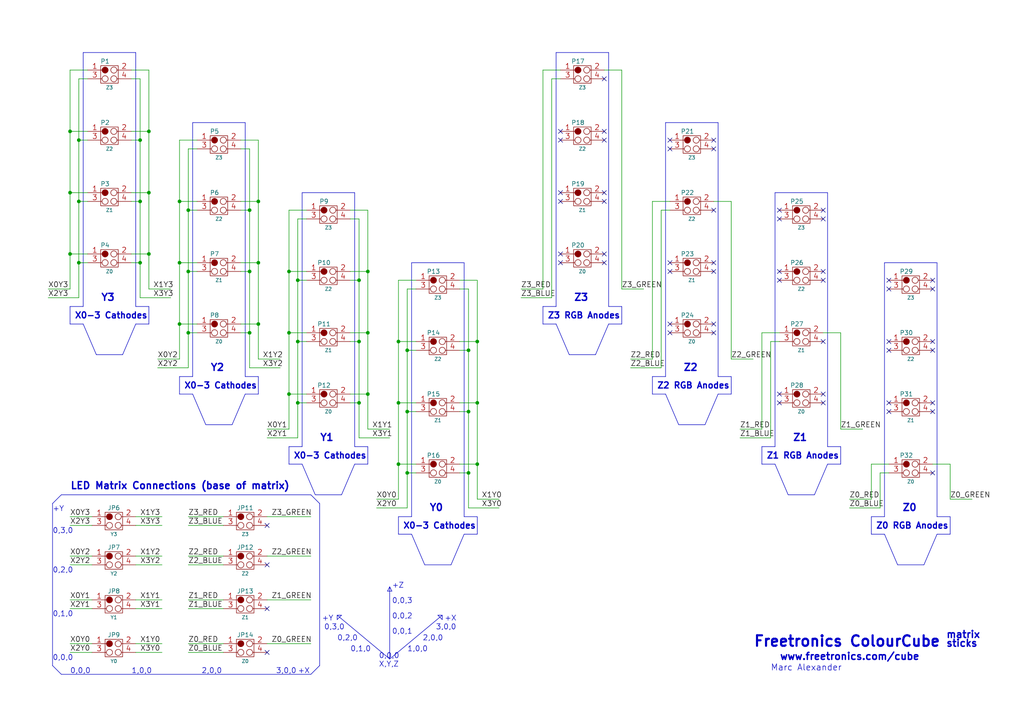
<source format=kicad_sch>
(kicad_sch (version 20230121) (generator eeschema)
  (paper "A4")
  (title_block (title "RGB LED Cube 4x4x4") (date "10 jul 2012") (rev "1") (company "Freetronics"))
  (lib_symbols
    (symbol "cube4-matrix-sticks-rescue:M02X02" (pin_names (offset 0.762) hide)
      (property "Reference" "JP" (at -2.54 2.54 0))
      (property "Value" "M02X02" (at -1.27 -5.08 0))
      (symbol "M02X02_0_1"
        (circle (center -2.54 0) (radius 0.889) (fill (type outline)))
        (polyline (pts (xy -3.81 1.27) (xy 1.27 1.27) (xy 1.27 -3.81) (xy -3.81 -3.81) (xy -3.81 1.27)))
        (circle (center 0 0) (radius 0.889))
        (pin passive line (at -7.62 0 0) (length 4.191) (name "1") (number "1"))
        (pin passive line (at 5.08 0 180) (length 4.191) (name "2") (number "2"))
        (pin passive line (at -7.62 -2.54 0) (length 4.191) (name "3") (number "3"))
        (pin passive line (at 5.08 -2.54 180) (length 4.191) (name "4") (number "4"))
      )
      (symbol "M02X02_1_1"
        (circle (center -2.54 -2.54) (radius 0.889))
        (circle (center 0 -2.54) (radius 0.889))
      )
    )
  )
  (junction (at 135.89 119.38))
  (junction (at 86.36 81.28))
  (junction (at 40.64 76.2))
  (junction (at 106.68 78.74))
  (junction (at 43.18 73.66))
  (junction (at 22.86 40.64))
  (junction (at 104.14 116.84))
  (junction (at 20.32 38.1))
  (junction (at 40.64 40.64))
  (junction (at 115.57 116.84))
  (junction (at 52.07 93.98))
  (junction (at 72.39 60.96))
  (junction (at 86.36 116.84))
  (junction (at 106.68 96.52))
  (junction (at 86.36 99.06))
  (junction (at 138.43 99.06))
  (junction (at 54.61 96.52))
  (junction (at 74.93 76.2))
  (junction (at 52.07 58.42))
  (junction (at 20.32 73.66))
  (junction (at 138.43 116.84))
  (junction (at 104.14 81.28))
  (junction (at 83.82 78.74))
  (junction (at 138.43 134.62))
  (junction (at 72.39 78.74))
  (junction (at 106.68 114.3))
  (junction (at 74.93 93.98))
  (junction (at 135.89 101.6))
  (junction (at 54.61 60.96))
  (junction (at 72.39 96.52))
  (junction (at 52.07 76.2))
  (junction (at 22.86 58.42))
  (junction (at 104.14 99.06))
  (junction (at 40.64 58.42))
  (junction (at 135.89 137.16))
  (junction (at 74.93 58.42))
  (junction (at 83.82 96.52))
  (junction (at 118.11 101.6))
  (junction (at 115.57 134.62))
  (junction (at 83.82 114.3))
  (junction (at 43.18 55.88))
  (junction (at 54.61 78.74))
  (junction (at 118.11 137.16))
  (junction (at 115.57 99.06))
  (junction (at 118.11 119.38))
  (junction (at 22.86 76.2))
  (junction (at 43.18 38.1))
  (junction (at 20.32 55.88))
  (no_connect (at 257.81 81.28))
  (no_connect (at 162.56 73.66))
  (no_connect (at 226.06 116.84))
  (no_connect (at 226.06 114.3))
  (no_connect (at 270.51 137.16))
  (no_connect (at 175.26 38.1))
  (no_connect (at 207.01 96.52))
  (no_connect (at 257.81 99.06))
  (no_connect (at 77.47 163.83))
  (no_connect (at 238.76 63.5))
  (no_connect (at 238.76 114.3))
  (no_connect (at 162.56 55.88))
  (no_connect (at 207.01 40.64))
  (no_connect (at 194.31 96.52))
  (no_connect (at 162.56 76.2))
  (no_connect (at 270.51 119.38))
  (no_connect (at 175.26 58.42))
  (no_connect (at 226.06 60.96))
  (no_connect (at 77.47 176.53))
  (no_connect (at 270.51 81.28))
  (no_connect (at 162.56 40.64))
  (no_connect (at 207.01 43.18))
  (no_connect (at 257.81 101.6))
  (no_connect (at 238.76 60.96))
  (no_connect (at 162.56 58.42))
  (no_connect (at 77.47 152.4))
  (no_connect (at 238.76 78.74))
  (no_connect (at 194.31 76.2))
  (no_connect (at 194.31 78.74))
  (no_connect (at 207.01 93.98))
  (no_connect (at 257.81 83.82))
  (no_connect (at 175.26 73.66))
  (no_connect (at 175.26 22.86))
  (no_connect (at 194.31 93.98))
  (no_connect (at 226.06 78.74))
  (no_connect (at 194.31 40.64))
  (no_connect (at 175.26 40.64))
  (no_connect (at 162.56 38.1))
  (no_connect (at 270.51 83.82))
  (no_connect (at 257.81 119.38))
  (no_connect (at 207.01 76.2))
  (no_connect (at 238.76 81.28))
  (no_connect (at 270.51 99.06))
  (no_connect (at 238.76 116.84))
  (no_connect (at 77.47 189.23))
  (no_connect (at 226.06 63.5))
  (no_connect (at 270.51 101.6))
  (no_connect (at 207.01 78.74))
  (no_connect (at 175.26 76.2))
  (no_connect (at 207.01 60.96))
  (no_connect (at 238.76 99.06))
  (no_connect (at 226.06 81.28))
  (no_connect (at 175.26 55.88))
  (no_connect (at 270.51 116.84))
  (no_connect (at 194.31 43.18))
  (no_connect (at 257.81 116.84))
  (polyline (pts (xy 87.63 55.88) (xy 102.87 55.88)))
  (wire (pts (xy 20.32 73.66) (xy 20.32 83.82)))
  (wire (pts (xy 86.36 99.06) (xy 86.36 81.28)))
  (wire (pts (xy 22.86 40.64) (xy 25.4 40.64)))
  (wire (pts (xy 135.89 137.16) (xy 133.35 137.16)))
  (wire (pts (xy 54.61 176.53) (xy 64.77 176.53)))
  (polyline (pts (xy 176.53 93.98) (xy 172.72 102.87)))
  (wire (pts (xy 104.14 116.84) (xy 104.14 127)))
  (polyline (pts (xy 20.32 88.9) (xy 20.32 93.98)))
  (wire (pts (xy 74.93 93.98) (xy 74.93 104.14)))
  (wire (pts (xy 22.86 58.42) (xy 22.86 40.64)))
  (polyline (pts (xy 112.395 171.45) (xy 113.665 171.45)))
  (polyline (pts (xy 55.88 35.56) (xy 55.88 109.22)))
  (polyline (pts (xy 39.37 88.9) (xy 39.37 15.24)))
  (polyline (pts (xy 71.12 35.56) (xy 55.88 35.56)))
  (wire (pts (xy 115.57 81.28) (xy 120.65 81.28)))
  (polyline (pts (xy 43.18 93.98) (xy 43.18 88.9)))
  (polyline (pts (xy 196.85 123.19) (xy 204.47 123.19)))
  (polyline (pts (xy 228.6 143.51) (xy 236.22 143.51)))
  (wire (pts (xy 115.57 134.62) (xy 115.57 116.84)))
  (polyline (pts (xy 180.34 88.9) (xy 180.34 93.98)))
  (wire (pts (xy 49.53 86.36) (xy 40.64 86.36)))
  (polyline (pts (xy 119.38 154.94) (xy 115.57 154.94)))
  (wire (pts (xy 106.68 60.96) (xy 106.68 78.74)))
  (polyline (pts (xy 161.29 15.24) (xy 176.53 15.24)))
  (wire (pts (xy 74.93 40.64) (xy 69.85 40.64)))
  (polyline (pts (xy 119.38 154.94) (xy 123.19 163.83)))
  (polyline (pts (xy 220.98 134.62) (xy 224.79 134.62)))
  (wire (pts (xy 106.68 60.96) (xy 101.6 60.96)))
  (polyline (pts (xy 271.78 154.94) (xy 267.97 163.83)))
  (wire (pts (xy 157.48 83.82) (xy 157.48 20.32)))
  (wire (pts (xy 25.4 20.32) (xy 20.32 20.32)))
  (polyline (pts (xy 99.06 178.435) (xy 97.79 178.435)))
  (wire (pts (xy 191.77 60.96) (xy 194.31 60.96)))
  (polyline (pts (xy 176.53 15.24) (xy 176.53 88.9)))
  (wire (pts (xy 133.35 119.38) (xy 135.89 119.38)))
  (wire (pts (xy 72.39 96.52) (xy 72.39 78.74)))
  (polyline (pts (xy 17.78 143.51) (xy 15.24 146.05)))
  (wire (pts (xy 83.82 96.52) (xy 88.9 96.52)))
  (wire (pts (xy 238.76 96.52) (xy 243.84 96.52)))
  (wire (pts (xy 40.64 86.36) (xy 40.64 76.2)))
  (wire (pts (xy 118.11 119.38) (xy 118.11 137.16)))
  (wire (pts (xy 243.84 96.52) (xy 243.84 124.46)))
  (wire (pts (xy 20.32 173.99) (xy 26.67 173.99)))
  (polyline (pts (xy 71.12 114.3) (xy 67.31 123.19)))
  (wire (pts (xy 115.57 116.84) (xy 115.57 99.06)))
  (polyline (pts (xy 180.34 93.98) (xy 176.53 93.98)))
  (wire (pts (xy 106.68 124.46) (xy 113.03 124.46)))
  (wire (pts (xy 20.32 73.66) (xy 25.4 73.66)))
  (wire (pts (xy 83.82 96.52) (xy 83.82 78.74)))
  (polyline (pts (xy 161.29 93.98) (xy 157.48 93.98)))
  (wire (pts (xy 20.32 55.88) (xy 25.4 55.88)))
  (wire (pts (xy 220.98 124.46) (xy 220.98 96.52)))
  (polyline (pts (xy 35.56 102.87) (xy 39.37 93.98)))
  (wire (pts (xy 86.36 63.5) (xy 88.9 63.5)))
  (wire (pts (xy 135.89 83.82) (xy 135.89 101.6)))
  (wire (pts (xy 40.64 40.64) (xy 40.64 22.86)))
  (wire (pts (xy 43.18 55.88) (xy 43.18 73.66)))
  (wire (pts (xy 104.14 99.06) (xy 104.14 116.84)))
  (polyline (pts (xy 252.73 154.94) (xy 252.73 149.86)))
  (wire (pts (xy 13.97 86.36) (xy 22.86 86.36)))
  (wire (pts (xy 46.99 152.4) (xy 39.37 152.4)))
  (wire (pts (xy 20.32 176.53) (xy 26.67 176.53)))
  (wire (pts (xy 38.1 76.2) (xy 40.64 76.2)))
  (wire (pts (xy 109.22 144.78) (xy 115.57 144.78)))
  (polyline (pts (xy 271.78 149.86) (xy 275.59 149.86)))
  (polyline (pts (xy 123.19 163.83) (xy 130.81 163.83)))
  (wire (pts (xy 20.32 55.88) (xy 20.32 73.66)))
  (wire (pts (xy 54.61 189.23) (xy 64.77 189.23)))
  (polyline (pts (xy 113.03 191.135) (xy 113.03 170.18)))
  (wire (pts (xy 138.43 81.28) (xy 133.35 81.28)))
  (wire (pts (xy 120.65 99.06) (xy 115.57 99.06)))
  (wire (pts (xy 180.34 20.32) (xy 175.26 20.32)))
  (wire (pts (xy 120.65 119.38) (xy 118.11 119.38)))
  (polyline (pts (xy 99.06 143.51) (xy 91.44 143.51)))
  (polyline (pts (xy 243.84 134.62) (xy 243.84 129.54)))
  (polyline (pts (xy 134.62 154.94) (xy 138.43 154.94)))
  (polyline (pts (xy 260.35 163.83) (xy 256.54 154.94)))
  (wire (pts (xy 22.86 58.42) (xy 25.4 58.42)))
  (wire (pts (xy 255.27 137.16) (xy 257.81 137.16)))
  (wire (pts (xy 243.84 124.46) (xy 250.19 124.46)))
  (polyline (pts (xy 20.32 88.9) (xy 24.13 88.9)))
  (wire (pts (xy 101.6 116.84) (xy 104.14 116.84)))
  (wire (pts (xy 38.1 38.1) (xy 43.18 38.1)))
  (polyline (pts (xy 52.07 109.22) (xy 55.88 109.22)))
  (wire (pts (xy 212.09 104.14) (xy 212.09 58.42)))
  (wire (pts (xy 54.61 163.83) (xy 64.77 163.83)))
  (wire (pts (xy 52.07 93.98) (xy 52.07 76.2)))
  (wire (pts (xy 20.32 38.1) (xy 25.4 38.1)))
  (wire (pts (xy 38.1 20.32) (xy 43.18 20.32)))
  (polyline (pts (xy 138.43 154.94) (xy 138.43 149.86)))
  (polyline (pts (xy 256.54 149.86) (xy 252.73 149.86)))
  (wire (pts (xy 69.85 78.74) (xy 72.39 78.74)))
  (wire (pts (xy 226.06 99.06) (xy 223.52 99.06)))
  (polyline (pts (xy 224.79 55.88) (xy 224.79 129.54)))
  (wire (pts (xy 74.93 76.2) (xy 74.93 93.98)))
  (wire (pts (xy 52.07 40.64) (xy 57.15 40.64)))
  (wire (pts (xy 20.32 186.69) (xy 26.67 186.69)))
  (wire (pts (xy 101.6 114.3) (xy 106.68 114.3)))
  (wire (pts (xy 54.61 186.69) (xy 64.77 186.69)))
  (wire (pts (xy 43.18 38.1) (xy 43.18 55.88)))
  (wire (pts (xy 270.51 134.62) (xy 275.59 134.62)))
  (wire (pts (xy 223.52 127) (xy 214.63 127)))
  (polyline (pts (xy 208.28 114.3) (xy 212.09 114.3)))
  (wire (pts (xy 106.68 78.74) (xy 106.68 96.52)))
  (wire (pts (xy 22.86 40.64) (xy 22.86 22.86)))
  (polyline (pts (xy 67.31 123.19) (xy 59.69 123.19)))
  (wire (pts (xy 77.47 124.46) (xy 83.82 124.46)))
  (wire (pts (xy 257.81 134.62) (xy 252.73 134.62)))
  (wire (pts (xy 88.9 116.84) (xy 86.36 116.84)))
  (polyline (pts (xy 92.71 193.04) (xy 92.71 146.05)))
  (polyline (pts (xy 212.09 109.22) (xy 208.28 109.22)))
  (wire (pts (xy 90.17 186.69) (xy 77.47 186.69)))
  (wire (pts (xy 83.82 60.96) (xy 88.9 60.96)))
  (polyline (pts (xy 165.1 102.87) (xy 161.29 93.98)))
  (polyline (pts (xy 193.04 109.22) (xy 189.23 109.22)))
  (polyline (pts (xy 271.78 76.2) (xy 271.78 149.86)))
  (polyline (pts (xy 134.62 149.86) (xy 134.62 76.2)))
  (polyline (pts (xy 87.63 134.62) (xy 83.82 134.62)))
  (polyline (pts (xy 224.79 134.62) (xy 228.6 143.51)))
  (wire (pts (xy 54.61 173.99) (xy 64.77 173.99)))
  (wire (pts (xy 69.85 76.2) (xy 74.93 76.2)))
  (wire (pts (xy 212.09 58.42) (xy 207.01 58.42)))
  (wire (pts (xy 46.99 189.23) (xy 39.37 189.23)))
  (polyline (pts (xy 83.82 134.62) (xy 83.82 129.54)))
  (wire (pts (xy 101.6 81.28) (xy 104.14 81.28)))
  (wire (pts (xy 43.18 83.82) (xy 49.53 83.82)))
  (polyline (pts (xy 83.82 129.54) (xy 87.63 129.54)))
  (wire (pts (xy 38.1 55.88) (xy 43.18 55.88)))
  (polyline (pts (xy 267.97 163.83) (xy 260.35 163.83)))
  (polyline (pts (xy 59.69 123.19) (xy 55.88 114.3)))
  (wire (pts (xy 54.61 161.29) (xy 64.77 161.29)))
  (wire (pts (xy 133.35 101.6) (xy 135.89 101.6)))
  (wire (pts (xy 115.57 134.62) (xy 120.65 134.62)))
  (polyline (pts (xy 39.37 93.98) (xy 43.18 93.98)))
  (polyline (pts (xy 240.03 134.62) (xy 243.84 134.62)))
  (polyline (pts (xy 71.12 35.56) (xy 71.12 109.22)))
  (wire (pts (xy 90.17 173.99) (xy 77.47 173.99)))
  (polyline (pts (xy 91.44 143.51) (xy 87.63 134.62)))
  (wire (pts (xy 74.93 104.14) (xy 81.28 104.14)))
  (polyline (pts (xy 92.71 193.04) (xy 90.17 195.58)))
  (wire (pts (xy 157.48 20.32) (xy 162.56 20.32)))
  (polyline (pts (xy 102.87 129.54) (xy 106.68 129.54)))
  (wire (pts (xy 182.88 106.68) (xy 191.77 106.68)))
  (wire (pts (xy 20.32 152.4) (xy 26.67 152.4)))
  (polyline (pts (xy 157.48 93.98) (xy 157.48 88.9)))
  (polyline (pts (xy 134.62 76.2) (xy 119.38 76.2)))
  (polyline (pts (xy 112.395 171.45) (xy 113.03 170.18)))
  (wire (pts (xy 46.99 186.69) (xy 39.37 186.69)))
  (wire (pts (xy 104.14 99.06) (xy 101.6 99.06)))
  (wire (pts (xy 138.43 134.62) (xy 138.43 116.84)))
  (wire (pts (xy 101.6 78.74) (xy 106.68 78.74)))
  (wire (pts (xy 120.65 101.6) (xy 118.11 101.6)))
  (wire (pts (xy 38.1 73.66) (xy 43.18 73.66)))
  (polyline (pts (xy 240.03 129.54) (xy 240.03 55.88)))
  (wire (pts (xy 72.39 106.68) (xy 72.39 96.52)))
  (polyline (pts (xy 90.17 143.51) (xy 17.78 143.51)))
  (polyline (pts (xy 208.28 109.22) (xy 208.28 35.56)))
  (wire (pts (xy 88.9 78.74) (xy 83.82 78.74)))
  (polyline (pts (xy 102.87 134.62) (xy 99.06 143.51)))
  (wire (pts (xy 77.47 127) (xy 86.36 127)))
  (polyline (pts (xy 256.54 154.94) (xy 252.73 154.94)))
  (wire (pts (xy 189.23 104.14) (xy 182.88 104.14)))
  (polyline (pts (xy 127 178.435) (xy 128.27 179.705)))
  (wire (pts (xy 57.15 96.52) (xy 54.61 96.52)))
  (wire (pts (xy 20.32 163.83) (xy 26.67 163.83)))
  (polyline (pts (xy 128.27 178.435) (xy 127 178.435)))
  (wire (pts (xy 83.82 78.74) (xy 83.82 60.96)))
  (wire (pts (xy 46.99 176.53) (xy 39.37 176.53)))
  (wire (pts (xy 20.32 189.23) (xy 26.67 189.23)))
  (wire (pts (xy 20.32 161.29) (xy 26.67 161.29)))
  (wire (pts (xy 118.11 137.16) (xy 118.11 147.32)))
  (polyline (pts (xy 87.63 55.88) (xy 87.63 129.54)))
  (wire (pts (xy 57.15 76.2) (xy 52.07 76.2)))
  (wire (pts (xy 72.39 60.96) (xy 69.85 60.96)))
  (wire (pts (xy 43.18 73.66) (xy 43.18 83.82)))
  (wire (pts (xy 135.89 101.6) (xy 135.89 119.38)))
  (wire (pts (xy 252.73 134.62) (xy 252.73 144.78)))
  (wire (pts (xy 138.43 134.62) (xy 133.35 134.62)))
  (wire (pts (xy 52.07 76.2) (xy 52.07 58.42)))
  (polyline (pts (xy 128.27 178.435) (xy 128.27 179.705)))
  (wire (pts (xy 138.43 144.78) (xy 138.43 134.62)))
  (wire (pts (xy 40.64 58.42) (xy 40.64 40.64)))
  (polyline (pts (xy 106.68 134.62) (xy 102.87 134.62)))
  (polyline (pts (xy 189.23 114.3) (xy 189.23 109.22)))
  (wire (pts (xy 54.61 60.96) (xy 54.61 78.74)))
  (polyline (pts (xy 208.28 35.56) (xy 193.04 35.56)))
  (polyline (pts (xy 220.98 129.54) (xy 220.98 134.62)))
  (wire (pts (xy 22.86 76.2) (xy 25.4 76.2)))
  (wire (pts (xy 218.44 104.14) (xy 212.09 104.14)))
  (wire (pts (xy 22.86 76.2) (xy 22.86 58.42)))
  (wire (pts (xy 57.15 43.18) (xy 54.61 43.18)))
  (wire (pts (xy 120.65 83.82) (xy 118.11 83.82)))
  (wire (pts (xy 54.61 149.86) (xy 64.77 149.86)))
  (wire (pts (xy 54.61 96.52) (xy 54.61 106.68)))
  (polyline (pts (xy 157.48 88.9) (xy 161.29 88.9)))
  (polyline (pts (xy 138.43 149.86) (xy 134.62 149.86)))
  (wire (pts (xy 104.14 81.28) (xy 104.14 99.06)))
  (wire (pts (xy 214.63 124.46) (xy 220.98 124.46)))
  (wire (pts (xy 22.86 86.36) (xy 22.86 76.2)))
  (polyline (pts (xy 71.12 109.22) (xy 74.93 109.22)))
  (wire (pts (xy 151.13 83.82) (xy 157.48 83.82)))
  (wire (pts (xy 106.68 114.3) (xy 106.68 124.46)))
  (polyline (pts (xy 27.94 102.87) (xy 35.56 102.87)))
  (wire (pts (xy 72.39 60.96) (xy 72.39 43.18)))
  (wire (pts (xy 135.89 119.38) (xy 135.89 137.16)))
  (wire (pts (xy 138.43 116.84) (xy 138.43 99.06)))
  (wire (pts (xy 90.17 161.29) (xy 77.47 161.29)))
  (wire (pts (xy 106.68 96.52) (xy 106.68 114.3)))
  (wire (pts (xy 86.36 81.28) (xy 86.36 63.5)))
  (polyline (pts (xy 52.07 114.3) (xy 52.07 109.22)))
  (polyline (pts (xy 204.47 123.19) (xy 208.28 114.3)))
  (wire (pts (xy 43.18 20.32) (xy 43.18 38.1)))
  (wire (pts (xy 104.14 63.5) (xy 101.6 63.5)))
  (polyline (pts (xy 115.57 154.94) (xy 115.57 149.86)))
  (wire (pts (xy 118.11 147.32) (xy 109.22 147.32)))
  (wire (pts (xy 160.02 86.36) (xy 151.13 86.36)))
  (polyline (pts (xy 102.87 55.88) (xy 102.87 129.54)))
  (wire (pts (xy 104.14 127) (xy 113.03 127)))
  (wire (pts (xy 54.61 60.96) (xy 57.15 60.96)))
  (polyline (pts (xy 275.59 154.94) (xy 271.78 154.94)))
  (wire (pts (xy 194.31 58.42) (xy 189.23 58.42)))
  (wire (pts (xy 52.07 58.42) (xy 57.15 58.42)))
  (wire (pts (xy 90.17 149.86) (xy 77.47 149.86)))
  (wire (pts (xy 275.59 144.78) (xy 281.94 144.78)))
  (wire (pts (xy 54.61 152.4) (xy 64.77 152.4)))
  (polyline (pts (xy 119.38 76.2) (xy 119.38 149.86)))
  (polyline (pts (xy 97.79 178.435) (xy 113.03 191.135)))
  (wire (pts (xy 54.61 43.18) (xy 54.61 60.96)))
  (polyline (pts (xy 99.06 178.435) (xy 97.79 179.705)))
  (wire (pts (xy 115.57 99.06) (xy 115.57 81.28)))
  (wire (pts (xy 45.72 104.14) (xy 52.07 104.14)))
  (polyline (pts (xy 17.78 195.58) (xy 90.17 195.58)))
  (polyline (pts (xy 275.59 149.86) (xy 275.59 154.94)))
  (wire (pts (xy 135.89 137.16) (xy 135.89 147.32)))
  (polyline (pts (xy 43.18 88.9) (xy 39.37 88.9)))
  (wire (pts (xy 115.57 144.78) (xy 115.57 134.62)))
  (polyline (pts (xy 15.24 193.04) (xy 17.78 195.58)))
  (wire (pts (xy 189.23 58.42) (xy 189.23 104.14)))
  (wire (pts (xy 118.11 101.6) (xy 118.11 119.38)))
  (polyline (pts (xy 256.54 76.2) (xy 256.54 149.86)))
  (polyline (pts (xy 128.27 178.435) (xy 113.03 191.135)))
  (wire (pts (xy 86.36 99.06) (xy 88.9 99.06)))
  (polyline (pts (xy 106.68 129.54) (xy 106.68 134.62)))
  (wire (pts (xy 57.15 93.98) (xy 52.07 93.98)))
  (wire (pts (xy 69.85 93.98) (xy 74.93 93.98)))
  (wire (pts (xy 138.43 99.06) (xy 138.43 81.28)))
  (wire (pts (xy 162.56 22.86) (xy 160.02 22.86)))
  (wire (pts (xy 220.98 96.52) (xy 226.06 96.52)))
  (wire (pts (xy 135.89 147.32) (xy 144.78 147.32)))
  (polyline (pts (xy 243.84 129.54) (xy 240.03 129.54)))
  (wire (pts (xy 88.9 114.3) (xy 83.82 114.3)))
  (polyline (pts (xy 15.24 146.05) (xy 15.24 193.04)))
  (wire (pts (xy 40.64 22.86) (xy 38.1 22.86)))
  (polyline (pts (xy 256.54 76.2) (xy 271.78 76.2)))
  (wire (pts (xy 74.93 58.42) (xy 69.85 58.42)))
  (wire (pts (xy 133.35 99.06) (xy 138.43 99.06)))
  (polyline (pts (xy 212.09 114.3) (xy 212.09 109.22)))
  (polyline (pts (xy 176.53 88.9) (xy 180.34 88.9)))
  (wire (pts (xy 38.1 58.42) (xy 40.64 58.42)))
  (wire (pts (xy 191.77 106.68) (xy 191.77 60.96)))
  (wire (pts (xy 223.52 99.06) (xy 223.52 127)))
  (polyline (pts (xy 74.93 109.22) (xy 74.93 114.3)))
  (wire (pts (xy 20.32 149.86) (xy 26.67 149.86)))
  (polyline (pts (xy 193.04 114.3) (xy 196.85 123.19)))
  (polyline (pts (xy 24.13 15.24) (xy 24.13 88.9)))
  (wire (pts (xy 20.32 20.32) (xy 20.32 38.1)))
  (wire (pts (xy 72.39 43.18) (xy 69.85 43.18)))
  (wire (pts (xy 52.07 58.42) (xy 52.07 40.64)))
  (polyline (pts (xy 97.79 178.435) (xy 97.79 179.705)))
  (wire (pts (xy 144.78 144.78) (xy 138.43 144.78)))
  (wire (pts (xy 104.14 63.5) (xy 104.14 81.28)))
  (wire (pts (xy 133.35 116.84) (xy 138.43 116.84)))
  (wire (pts (xy 57.15 78.74) (xy 54.61 78.74)))
  (polyline (pts (xy 172.72 102.87) (xy 165.1 102.87)))
  (polyline (pts (xy 193.04 35.56) (xy 193.04 109.22)))
  (wire (pts (xy 255.27 147.32) (xy 255.27 137.16)))
  (polyline (pts (xy 161.29 15.24) (xy 161.29 88.9)))
  (wire (pts (xy 40.64 76.2) (xy 40.64 58.42)))
  (polyline (pts (xy 24.13 93.98) (xy 27.94 102.87)))
  (wire (pts (xy 106.68 96.52) (xy 101.6 96.52)))
  (wire (pts (xy 20.32 38.1) (xy 20.32 55.88)))
  (wire (pts (xy 118.11 83.82) (xy 118.11 101.6)))
  (wire (pts (xy 246.38 147.32) (xy 255.27 147.32)))
  (wire (pts (xy 54.61 78.74) (xy 54.61 96.52)))
  (polyline (pts (xy 220.98 129.54) (xy 224.79 129.54)))
  (polyline (pts (xy 74.93 114.3) (xy 71.12 114.3)))
  (wire (pts (xy 46.99 149.86) (xy 39.37 149.86)))
  (polyline (pts (xy 92.71 146.05) (xy 90.17 143.51)))
  (polyline (pts (xy 193.04 114.3) (xy 189.23 114.3)))
  (polyline (pts (xy 236.22 143.51) (xy 240.03 134.62)))
  (wire (pts (xy 72.39 78.74) (xy 72.39 60.96)))
  (polyline (pts (xy 20.32 93.98) (xy 24.13 93.98)))
  (polyline (pts (xy 119.38 149.86) (xy 115.57 149.86)))
  (wire (pts (xy 118.11 137.16) (xy 120.65 137.16)))
  (wire (pts (xy 83.82 114.3) (xy 83.82 96.52)))
  (wire (pts (xy 74.93 58.42) (xy 74.93 76.2)))
  (wire (pts (xy 186.69 83.82) (xy 180.34 83.82)))
  (wire (pts (xy 83.82 124.46) (xy 83.82 114.3)))
  (wire (pts (xy 69.85 96.52) (xy 72.39 96.52)))
  (wire (pts (xy 81.28 106.68) (xy 72.39 106.68)))
  (wire (pts (xy 160.02 22.86) (xy 160.02 86.36)))
  (wire (pts (xy 74.93 40.64) (xy 74.93 58.42)))
  (wire (pts (xy 52.07 104.14) (xy 52.07 93.98)))
  (wire (pts (xy 120.65 116.84) (xy 115.57 116.84)))
  (wire (pts (xy 86.36 116.84) (xy 86.36 99.06)))
  (wire (pts (xy 38.1 40.64) (xy 40.64 40.64)))
  (wire (pts (xy 46.99 163.83) (xy 39.37 163.83)))
  (wire (pts (xy 22.86 22.86) (xy 25.4 22.86)))
  (polyline (pts (xy 240.03 55.88) (xy 224.79 55.88)))
  (wire (pts (xy 46.99 161.29) (xy 39.37 161.29)))
  (wire (pts (xy 88.9 81.28) (xy 86.36 81.28)))
  (wire (pts (xy 135.89 83.82) (xy 133.35 83.82)))
  (wire (pts (xy 20.32 83.82) (xy 13.97 83.82)))
  (wire (pts (xy 275.59 134.62) (xy 275.59 144.78)))
  (polyline (pts (xy 130.81 163.83) (xy 134.62 154.94)))
  (wire (pts (xy 252.73 144.78) (xy 246.38 144.78)))
  (polyline (pts (xy 113.665 171.45) (xy 113.03 170.18)))
  (polyline (pts (xy 39.37 15.24) (xy 24.13 15.24)))
  (wire (pts (xy 54.61 106.68) (xy 45.72 106.68)))
  (wire (pts (xy 180.34 83.82) (xy 180.34 20.32)))
  (polyline (pts (xy 55.88 114.3) (xy 52.07 114.3)))
  (wire (pts (xy 46.99 173.99) (xy 39.37 173.99)))
  (wire (pts (xy 86.36 127) (xy 86.36 116.84)))
  (text "3,0,0" (at 80.01 195.58 0) (effects (font (size 1.524 1.524)) (justify left bottom)))
  (text "X0-3 Cathodes" (at 53.34 113.03 0) (effects (font (size 1.778 1.778) (thickness 0.3556) bold) (justify left bottom)))
  (text "Y3" (at 29.21 87.63 0) (effects (font (size 2.032 2.032) (thickness 0.4064) bold) (justify left bottom)))
  (text "0,1,0" (at 101.6 189.23 0) (effects (font (size 1.524 1.524)) (justify left bottom)))
  (text "Z1" (at 229.87 128.27 0) (effects (font (size 2.032 2.032) (thickness 0.4064) bold) (justify left bottom)))
  (text "+Z" (at 113.665 170.815 0) (effects (font (size 1.524 1.524)) (justify left bottom)))
  (text "0,0,3" (at 113.665 175.26 0) (effects (font (size 1.524 1.524)) (justify left bottom)))
  (text "+Y" (at 93.345 180.34 0) (effects (font (size 1.524 1.524)) (justify left bottom)))
  (text "Y0" (at 124.46 148.59 0) (effects (font (size 2.032 2.032) (thickness 0.4064) bold) (justify left bottom)))
  (text "+X" (at 128.905 180.34 0) (effects (font (size 1.524 1.524)) (justify left bottom)))
  (text "www.freetronics.com/cube" (at 226.06 191.77 0) (effects (font (size 2.032 2.032) (thickness 0.4064) bold) (justify left bottom)))
  (text "0,2,0" (at 97.79 186.055 0) (effects (font (size 1.524 1.524)) (justify left bottom)))
  (text "Z2" (at 198.12 107.95 0) (effects (font (size 2.032 2.032) (thickness 0.4064) bold) (justify left bottom)))
  (text "matrix" (at 274.32 185.42 0) (effects (font (size 2.032 2.032) (thickness 0.4064) bold) (justify left bottom)))
  (text "Freetronics ColourCube" (at 218.44 187.96 0) (effects (font (size 3.048 3.048) (thickness 0.6096) bold) (justify left bottom)))
  (text "Z2 RGB Anodes" (at 190.5 113.03 0) (effects (font (size 1.778 1.778) (thickness 0.3556) bold) (justify left bottom)))
  (text "LED Matrix Connections (base of matrix)" (at 20.32 142.24 0) (effects (font (size 2.032 2.032) (thickness 0.4064) bold) (justify left bottom)))
  (text "0,0,1" (at 113.665 184.15 0) (effects (font (size 1.524 1.524)) (justify left bottom)))
  (text "X0-3 Cathodes" (at 116.84 153.67 0) (effects (font (size 1.778 1.778) (thickness 0.3556) bold) (justify left bottom)))
  (text "Z0 RGB Anodes" (at 254 153.67 0) (effects (font (size 1.778 1.778) (thickness 0.3556) bold) (justify left bottom)))
  (text "0,0,0\nX,Y,Z" (at 109.855 193.675 0) (effects (font (size 1.524 1.524)) (justify left bottom)))
  (text "X0-3 Cathodes" (at 85.09 133.35 0) (effects (font (size 1.778 1.778) (thickness 0.3556) bold) (justify left bottom)))
  (text "Z3" (at 166.37 87.63 0) (effects (font (size 2.032 2.032) (thickness 0.4064) bold) (justify left bottom)))
  (text "0,3,0" (at 15.24 154.94 0) (effects (font (size 1.524 1.524)) (justify left bottom)))
  (text "Y2" (at 60.96 107.95 0) (effects (font (size 2.032 2.032) (thickness 0.4064) bold) (justify left bottom)))
  (text "+Y" (at 15.24 148.59 0) (effects (font (size 1.524 1.524)) (justify left bottom)))
  (text "2,0,0" (at 122.555 186.055 0) (effects (font (size 1.524 1.524)) (justify left bottom)))
  (text "Z1 RGB Anodes" (at 222.25 133.35 0) (effects (font (size 1.778 1.778) (thickness 0.3556) bold) (justify left bottom)))
  (text "3,0,0" (at 126.365 182.88 0) (effects (font (size 1.524 1.524)) (justify left bottom)))
  (text "0,3,0" (at 93.98 182.88 0) (effects (font (size 1.524 1.524)) (justify left bottom)))
  (text "2,0,0" (at 58.42 195.58 0) (effects (font (size 1.524 1.524)) (justify left bottom)))
  (text "0,2,0" (at 15.24 166.37 0) (effects (font (size 1.524 1.524)) (justify left bottom)))
  (text "1,0,0" (at 118.11 189.23 0) (effects (font (size 1.524 1.524)) (justify left bottom)))
  (text "0,1,0" (at 15.24 179.07 0) (effects (font (size 1.524 1.524)) (justify left bottom)))
  (text "Z0" (at 261.62 148.59 0) (effects (font (size 2.032 2.032) (thickness 0.4064) bold) (justify left bottom)))
  (text "+X" (at 86.36 195.58 0) (effects (font (size 1.524 1.524)) (justify left bottom)))
  (text "Marc Alexander" (at 223.52 194.818 0) (effects (font (size 1.778 1.778)) (justify left bottom)))
  (text "sticks" (at 274.32 187.96 0) (effects (font (size 2.032 2.032) (thickness 0.4064) bold) (justify left bottom)))
  (text "Z3 RGB Anodes" (at 158.75 92.71 0) (effects (font (size 1.778 1.778) (thickness 0.3556) bold) (justify left bottom)))
  (text "X0-3 Cathodes" (at 21.59 92.71 0) (effects (font (size 1.778 1.778) (thickness 0.3556) bold) (justify left bottom)))
  (text "0,0,0" (at 15.24 191.77 0) (effects (font (size 1.524 1.524)) (justify left bottom)))
  (text "0,0,2" (at 113.665 179.705 0) (effects (font (size 1.524 1.524)) (justify left bottom)))
  (text "1,0,0" (at 38.1 195.58 0) (effects (font (size 1.524 1.524)) (justify left bottom)))
  (text "Y1" (at 92.71 128.27 0) (effects (font (size 2.032 2.032) (thickness 0.4064) bold) (justify left bottom)))
  (text "0,0,0" (at 20.32 195.58 0) (effects (font (size 1.524 1.524)) (justify left bottom)))
  (label "Z3_RED" (at 54.61 149.86 0) (effects (font (size 1.524 1.524))))
  (label "X0Y2" (at 20.32 161.29 0) (effects (font (size 1.524 1.524))))
  (label "Z2_RED" (at 182.88 104.14 0) (effects (font (size 1.524 1.524))))
  (label "X1Y0" (at 40.64 186.69 0) (effects (font (size 1.524 1.524))))
  (label "X1Y1" (at 40.64 173.99 0) (effects (font (size 1.524 1.524))))
  (label "X1Y2" (at 40.64 161.29 0) (effects (font (size 1.524 1.524))))
  (label "Z1_GREEN" (at 78.74 173.99 0) (effects (font (size 1.524 1.524))))
  (label "Z3_GREEN" (at 180.34 83.82 0) (effects (font (size 1.524 1.524))))
  (label "X0Y1" (at 77.47 124.46 0) (effects (font (size 1.524 1.524))))
  (label "Z1_RED" (at 54.61 173.99 0) (effects (font (size 1.524 1.524))))
  (label "X1Y0" (at 139.7 144.78 0) (effects (font (size 1.524 1.524))))
  (label "X2Y0" (at 109.22 147.32 0) (effects (font (size 1.524 1.524))))
  (label "Z1_RED" (at 214.63 124.46 0) (effects (font (size 1.524 1.524))))
  (label "X1Y3" (at 44.45 83.82 0) (effects (font (size 1.524 1.524))))
  (label "Z1_BLUE" (at 54.61 176.53 0) (effects (font (size 1.524 1.524))))
  (label "X3Y1" (at 40.64 176.53 0) (effects (font (size 1.524 1.524))))
  (label "X3Y0" (at 139.7 147.32 0) (effects (font (size 1.524 1.524))))
  (label "Z2_BLUE" (at 54.61 163.83 0) (effects (font (size 1.524 1.524))))
  (label "Z0_BLUE" (at 54.61 189.23 0) (effects (font (size 1.524 1.524))))
  (label "X3Y2" (at 76.2 106.68 0) (effects (font (size 1.524 1.524))))
  (label "Z2_GREEN" (at 212.09 104.14 0) (effects (font (size 1.524 1.524))))
  (label "X2Y1" (at 20.32 176.53 0) (effects (font (size 1.524 1.524))))
  (label "X0Y2" (at 45.72 104.14 0) (effects (font (size 1.524 1.524))))
  (label "X0Y3" (at 20.32 149.86 0) (effects (font (size 1.524 1.524))))
  (label "Z0_GREEN" (at 275.59 144.78 0) (effects (font (size 1.524 1.524))))
  (label "X2Y3" (at 20.32 152.4 0) (effects (font (size 1.524 1.524))))
  (label "X2Y2" (at 20.32 163.83 0) (effects (font (size 1.524 1.524))))
  (label "X1Y2" (at 76.2 104.14 0) (effects (font (size 1.524 1.524))))
  (label "Z0_RED" (at 246.38 144.78 0) (effects (font (size 1.524 1.524))))
  (label "Z2_BLUE" (at 182.88 106.68 0) (effects (font (size 1.524 1.524))))
  (label "X1Y1" (at 107.95 124.46 0) (effects (font (size 1.524 1.524))))
  (label "Z1_BLUE" (at 214.63 127 0) (effects (font (size 1.524 1.524))))
  (label "X0Y0" (at 109.22 144.78 0) (effects (font (size 1.524 1.524))))
  (label "X3Y0" (at 40.64 189.23 0) (effects (font (size 1.524 1.524))))
  (label "X3Y3" (at 40.64 152.4 0) (effects (font (size 1.524 1.524))))
  (label "X1Y3" (at 40.64 149.86 0) (effects (font (size 1.524 1.524))))
  (label "X0Y3" (at 13.97 83.82 0) (effects (font (size 1.524 1.524))))
  (label "X2Y3" (at 13.97 86.36 0) (effects (font (size 1.524 1.524))))
  (label "Z0_RED" (at 54.61 186.69 0) (effects (font (size 1.524 1.524))))
  (label "Z0_GREEN" (at 78.74 186.69 0) (effects (font (size 1.524 1.524))))
  (label "Z0_BLUE" (at 246.38 147.32 0) (effects (font (size 1.524 1.524))))
  (label "X2Y1" (at 77.47 127 0) (effects (font (size 1.524 1.524))))
  (label "X3Y2" (at 40.64 163.83 0) (effects (font (size 1.524 1.524))))
  (label "Z2_GREEN" (at 78.74 161.29 0) (effects (font (size 1.524 1.524))))
  (label "Z2_RED" (at 54.61 161.29 0) (effects (font (size 1.524 1.524))))
  (label "X0Y1" (at 20.32 173.99 0) (effects (font (size 1.524 1.524))))
  (label "Z1_GREEN" (at 243.84 124.46 0) (effects (font (size 1.524 1.524))))
  (label "X2Y0" (at 20.32 189.23 0) (effects (font (size 1.524 1.524))))
  (label "X3Y3" (at 44.45 86.36 0) (effects (font (size 1.524 1.524))))
  (label "Z3_GREEN" (at 78.74 149.86 0) (effects (font (size 1.524 1.524))))
  (label "Z3_BLUE" (at 151.13 86.36 0) (effects (font (size 1.524 1.524))))
  (label "Z3_BLUE" (at 54.61 152.4 0) (effects (font (size 1.524 1.524))))
  (label "Z3_RED" (at 151.13 83.82 0) (effects (font (size 1.524 1.524))))
  (label "X2Y2" (at 45.72 106.68 0) (effects (font (size 1.524 1.524))))
  (label "X3Y1" (at 107.95 127 0) (effects (font (size 1.524 1.524))))
  (label "X0Y0" (at 20.32 186.69 0) (effects (font (size 1.524 1.524))))
  (symbol (lib_id "cube4-matrix-sticks-rescue:M02X02") (at 34.29 149.86 0) (unit 1)
    (property "Reference" "JP6" (at 33.02 147.32 0))
    (property "Value" "Y3" (at 33.02 154.94 0) (effects (font (size 1.016 1.016))))
    (property "Footprint" "LED_STICK_BASE_4PAD" (effects hide))
  )
  (symbol (lib_id "cube4-matrix-sticks-rescue:M02X02") (at 34.29 161.29 0) (unit 1)
    (property "Reference" "JP7" (at 33.02 158.75 0))
    (property "Value" "Y2" (at 33.02 166.37 0) (effects (font (size 1.016 1.016))))
    (property "Footprint" "LED_STICK_BASE_4PAD" (effects hide))
  )
  (symbol (lib_id "cube4-matrix-sticks-rescue:M02X02") (at 34.29 173.99 0) (unit 1)
    (property "Reference" "JP8" (at 33.02 171.45 0))
    (property "Value" "Y1" (at 33.02 179.07 0) (effects (font (size 1.016 1.016))))
    (property "Footprint" "LED_STICK_BASE_4PAD" (effects hide))
  )
  (symbol (lib_id "cube4-matrix-sticks-rescue:M02X02") (at 34.29 186.69 0) (unit 1)
    (property "Reference" "JP9" (at 33.02 184.15 0))
    (property "Value" "Y0" (at 33.02 191.77 0) (effects (font (size 1.016 1.016))))
    (property "Footprint" "LED_STICK_BASE_4PAD" (effects hide))
  )
  (symbol (lib_id "cube4-matrix-sticks-rescue:M02X02") (at 72.39 186.69 0) (unit 1)
    (property "Reference" "JP14" (at 71.12 184.15 0))
    (property "Value" "Z0" (at 71.12 191.77 0) (effects (font (size 1.016 1.016))))
    (property "Footprint" "LED_STICK_BASE_4PAD" (effects hide))
  )
  (symbol (lib_id "cube4-matrix-sticks-rescue:M02X02") (at 72.39 173.99 0) (unit 1)
    (property "Reference" "JP13" (at 71.12 171.45 0))
    (property "Value" "Z1" (at 71.12 179.07 0) (effects (font (size 1.016 1.016))))
    (property "Footprint" "LED_STICK_BASE_4PAD" (effects hide))
  )
  (symbol (lib_id "cube4-matrix-sticks-rescue:M02X02") (at 72.39 161.29 0) (unit 1)
    (property "Reference" "JP12" (at 71.12 158.75 0))
    (property "Value" "Z2" (at 71.12 166.37 0) (effects (font (size 1.016 1.016))))
    (property "Footprint" "LED_STICK_BASE_4PAD" (effects hide))
  )
  (symbol (lib_id "cube4-matrix-sticks-rescue:M02X02") (at 72.39 149.86 0) (unit 1)
    (property "Reference" "JP11" (at 71.12 147.32 0))
    (property "Value" "Z3" (at 71.12 154.94 0) (effects (font (size 1.016 1.016))))
    (property "Footprint" "LED_STICK_BASE_4PAD" (effects hide))
  )
  (symbol (lib_id "cube4-matrix-sticks-rescue:M02X02") (at 128.27 134.62 0) (unit 1)
    (property "Reference" "P16" (at 125.73 132.08 0))
    (property "Value" "Z0" (at 127 139.7 0) (effects (font (size 1.016 1.016))))
    (property "Footprint" "LED_MATRIX_VERTICAL_4PAD" (effects hide))
  )
  (symbol (lib_id "cube4-matrix-sticks-rescue:M02X02") (at 128.27 116.84 0) (unit 1)
    (property "Reference" "P15" (at 125.73 114.3 0))
    (property "Value" "Z1" (at 127 121.92 0) (effects (font (size 1.016 1.016))))
    (property "Footprint" "LED_MATRIX_VERTICAL_4PAD" (effects hide))
  )
  (symbol (lib_id "cube4-matrix-sticks-rescue:M02X02") (at 128.27 81.28 0) (unit 1)
    (property "Reference" "P13" (at 125.73 78.74 0))
    (property "Value" "Z3" (at 127 86.36 0) (effects (font (size 1.016 1.016))))
    (property "Footprint" "LED_MATRIX_VERTICAL_4PAD" (effects hide))
  )
  (symbol (lib_id "cube4-matrix-sticks-rescue:M02X02") (at 128.27 99.06 0) (unit 1)
    (property "Reference" "P14" (at 125.73 96.52 0))
    (property "Value" "Z2" (at 127 104.14 0) (effects (font (size 1.016 1.016))))
    (property "Footprint" "LED_MATRIX_VERTICAL_4PAD" (effects hide))
  )
  (symbol (lib_id "cube4-matrix-sticks-rescue:M02X02") (at 96.52 78.74 0) (unit 1)
    (property "Reference" "P10" (at 93.98 76.2 0))
    (property "Value" "Z2" (at 95.25 83.82 0) (effects (font (size 1.016 1.016))))
    (property "Footprint" "LED_MATRIX_VERTICAL_4PAD" (effects hide))
  )
  (symbol (lib_id "cube4-matrix-sticks-rescue:M02X02") (at 96.52 60.96 0) (unit 1)
    (property "Reference" "P9" (at 93.98 58.42 0))
    (property "Value" "Z3" (at 95.25 66.04 0) (effects (font (size 1.016 1.016))))
    (property "Footprint" "LED_MATRIX_VERTICAL_4PAD" (effects hide))
  )
  (symbol (lib_id "cube4-matrix-sticks-rescue:M02X02") (at 96.52 96.52 0) (unit 1)
    (property "Reference" "P11" (at 93.98 93.98 0))
    (property "Value" "Z1" (at 95.25 101.6 0) (effects (font (size 1.016 1.016))))
    (property "Footprint" "LED_MATRIX_VERTICAL_4PAD" (effects hide))
  )
  (symbol (lib_id "cube4-matrix-sticks-rescue:M02X02") (at 96.52 114.3 0) (unit 1)
    (property "Reference" "P12" (at 93.98 111.76 0))
    (property "Value" "Z0" (at 95.25 119.38 0) (effects (font (size 1.016 1.016))))
    (property "Footprint" "LED_MATRIX_VERTICAL_4PAD" (effects hide))
  )
  (symbol (lib_id "cube4-matrix-sticks-rescue:M02X02") (at 33.02 73.66 0) (unit 1)
    (property "Reference" "P4" (at 30.48 71.12 0))
    (property "Value" "Z0" (at 31.75 78.74 0) (effects (font (size 1.016 1.016))))
    (property "Footprint" "LED_MATRIX_VERTICAL_4PAD" (effects hide))
  )
  (symbol (lib_id "cube4-matrix-sticks-rescue:M02X02") (at 33.02 55.88 0) (unit 1)
    (property "Reference" "P3" (at 30.48 53.34 0))
    (property "Value" "Z1" (at 31.75 60.96 0) (effects (font (size 1.016 1.016))))
    (property "Footprint" "LED_MATRIX_VERTICAL_4PAD" (effects hide))
  )
  (symbol (lib_id "cube4-matrix-sticks-rescue:M02X02") (at 33.02 20.32 0) (unit 1)
    (property "Reference" "P1" (at 30.48 17.78 0))
    (property "Value" "Z3" (at 31.75 25.4 0) (effects (font (size 1.016 1.016))))
    (property "Footprint" "LED_MATRIX_VERTICAL_4PAD" (effects hide))
  )
  (symbol (lib_id "cube4-matrix-sticks-rescue:M02X02") (at 33.02 38.1 0) (unit 1)
    (property "Reference" "P2" (at 30.48 35.56 0))
    (property "Value" "Z2" (at 31.75 43.18 0) (effects (font (size 1.016 1.016))))
    (property "Footprint" "LED_MATRIX_VERTICAL_4PAD" (effects hide))
  )
  (symbol (lib_id "cube4-matrix-sticks-rescue:M02X02") (at 64.77 58.42 0) (unit 1)
    (property "Reference" "P6" (at 62.23 55.88 0))
    (property "Value" "Z2" (at 63.5 63.5 0) (effects (font (size 1.016 1.016))))
    (property "Footprint" "LED_MATRIX_VERTICAL_4PAD" (effects hide))
  )
  (symbol (lib_id "cube4-matrix-sticks-rescue:M02X02") (at 64.77 40.64 0) (unit 1)
    (property "Reference" "P5" (at 62.23 38.1 0))
    (property "Value" "Z3" (at 63.5 45.72 0) (effects (font (size 1.016 1.016))))
    (property "Footprint" "LED_MATRIX_VERTICAL_4PAD" (effects hide))
  )
  (symbol (lib_id "cube4-matrix-sticks-rescue:M02X02") (at 64.77 76.2 0) (unit 1)
    (property "Reference" "P7" (at 62.23 73.66 0))
    (property "Value" "Z1" (at 63.5 81.28 0) (effects (font (size 1.016 1.016))))
    (property "Footprint" "LED_MATRIX_VERTICAL_4PAD" (effects hide))
  )
  (symbol (lib_id "cube4-matrix-sticks-rescue:M02X02") (at 64.77 93.98 0) (unit 1)
    (property "Reference" "P8" (at 62.23 91.44 0))
    (property "Value" "Z0" (at 63.5 99.06 0) (effects (font (size 1.016 1.016))))
    (property "Footprint" "LED_MATRIX_VERTICAL_4PAD" (effects hide))
  )
  (symbol (lib_id "cube4-matrix-sticks-rescue:M02X02") (at 201.93 93.98 0) (unit 1)
    (property "Reference" "P24" (at 199.39 91.44 0))
    (property "Value" "Z0" (at 200.66 99.06 0) (effects (font (size 1.016 1.016))))
    (property "Footprint" "LED_MATRIX_VERTICAL_4PAD" (effects hide))
  )
  (symbol (lib_id "cube4-matrix-sticks-rescue:M02X02") (at 201.93 76.2 0) (unit 1)
    (property "Reference" "P23" (at 199.39 73.66 0))
    (property "Value" "Z1" (at 200.66 81.28 0) (effects (font (size 1.016 1.016))))
    (property "Footprint" "LED_MATRIX_VERTICAL_4PAD" (effects hide))
  )
  (symbol (lib_id "cube4-matrix-sticks-rescue:M02X02") (at 201.93 40.64 0) (unit 1)
    (property "Reference" "P21" (at 199.39 38.1 0))
    (property "Value" "Z3" (at 200.66 45.72 0) (effects (font (size 1.016 1.016))))
    (property "Footprint" "LED_MATRIX_VERTICAL_4PAD" (effects hide))
  )
  (symbol (lib_id "cube4-matrix-sticks-rescue:M02X02") (at 201.93 58.42 0) (unit 1)
    (property "Reference" "P22" (at 199.39 55.88 0))
    (property "Value" "Z2" (at 200.66 63.5 0) (effects (font (size 1.016 1.016))))
    (property "Footprint" "LED_MATRIX_VERTICAL_4PAD" (effects hide))
  )
  (symbol (lib_id "cube4-matrix-sticks-rescue:M02X02") (at 170.18 38.1 0) (unit 1)
    (property "Reference" "P18" (at 167.64 35.56 0))
    (property "Value" "Z2" (at 168.91 43.18 0) (effects (font (size 1.016 1.016))))
    (property "Footprint" "LED_MATRIX_VERTICAL_4PAD" (effects hide))
  )
  (symbol (lib_id "cube4-matrix-sticks-rescue:M02X02") (at 170.18 20.32 0) (unit 1)
    (property "Reference" "P17" (at 167.64 17.78 0))
    (property "Value" "Z3" (at 168.91 25.4 0) (effects (font (size 1.016 1.016))))
    (property "Footprint" "LED_MATRIX_VERTICAL_4PAD" (effects hide))
  )
  (symbol (lib_id "cube4-matrix-sticks-rescue:M02X02") (at 170.18 55.88 0) (unit 1)
    (property "Reference" "P19" (at 167.64 53.34 0))
    (property "Value" "Z1" (at 168.91 60.96 0) (effects (font (size 1.016 1.016))))
    (property "Footprint" "LED_MATRIX_VERTICAL_4PAD" (effects hide))
  )
  (symbol (lib_id "cube4-matrix-sticks-rescue:M02X02") (at 170.18 73.66 0) (unit 1)
    (property "Reference" "P20" (at 167.64 71.12 0))
    (property "Value" "Z0" (at 168.91 78.74 0) (effects (font (size 1.016 1.016))))
    (property "Footprint" "LED_MATRIX_VERTICAL_4PAD" (effects hide))
  )
  (symbol (lib_id "cube4-matrix-sticks-rescue:M02X02") (at 233.68 114.3 0) (unit 1)
    (property "Reference" "P28" (at 231.14 111.76 0))
    (property "Value" "Z0" (at 232.41 119.38 0) (effects (font (size 1.016 1.016))))
    (property "Footprint" "LED_MATRIX_VERTICAL_4PAD" (effects hide))
  )
  (symbol (lib_id "cube4-matrix-sticks-rescue:M02X02") (at 233.68 96.52 0) (unit 1)
    (property "Reference" "P27" (at 231.14 93.98 0))
    (property "Value" "Z1" (at 232.41 101.6 0) (effects (font (size 1.016 1.016))))
    (property "Footprint" "LED_MATRIX_VERTICAL_4PAD" (effects hide))
  )
  (symbol (lib_id "cube4-matrix-sticks-rescue:M02X02") (at 233.68 60.96 0) (unit 1)
    (property "Reference" "P25" (at 231.14 58.42 0))
    (property "Value" "Z3" (at 232.41 66.04 0) (effects (font (size 1.016 1.016))))
    (property "Footprint" "LED_MATRIX_VERTICAL_4PAD" (effects hide))
  )
  (symbol (lib_id "cube4-matrix-sticks-rescue:M02X02") (at 233.68 78.74 0) (unit 1)
    (property "Reference" "P26" (at 231.14 76.2 0))
    (property "Value" "Z2" (at 232.41 83.82 0) (effects (font (size 1.016 1.016))))
    (property "Footprint" "LED_MATRIX_VERTICAL_4PAD" (effects hide))
  )
  (symbol (lib_id "cube4-matrix-sticks-rescue:M02X02") (at 265.43 99.06 0) (unit 1)
    (property "Reference" "P30" (at 262.89 96.52 0))
    (property "Value" "Z2" (at 264.16 104.14 0) (effects (font (size 1.016 1.016))))
    (property "Footprint" "LED_MATRIX_VERTICAL_4PAD" (effects hide))
  )
  (symbol (lib_id "cube4-matrix-sticks-rescue:M02X02") (at 265.43 81.28 0) (unit 1)
    (property "Reference" "P29" (at 262.89 78.74 0))
    (property "Value" "Z3" (at 264.16 86.36 0) (effects (font (size 1.016 1.016))))
    (property "Footprint" "LED_MATRIX_VERTICAL_4PAD" (effects hide))
  )
  (symbol (lib_id "cube4-matrix-sticks-rescue:M02X02") (at 265.43 116.84 0) (unit 1)
    (property "Reference" "P31" (at 262.89 114.3 0))
    (property "Value" "Z1" (at 264.16 121.92 0) (effects (font (size 1.016 1.016))))
    (property "Footprint" "LED_MATRIX_VERTICAL_4PAD" (effects hide))
  )
  (symbol (lib_id "cube4-matrix-sticks-rescue:M02X02") (at 265.43 134.62 0) (unit 1)
    (property "Reference" "P32" (at 262.89 132.08 0))
    (property "Value" "Z0" (at 264.16 139.7 0) (effects (font (size 1.016 1.016))))
    (property "Footprint" "LED_MATRIX_VERTICAL_4PAD" (effects hide))
  )
)
</source>
